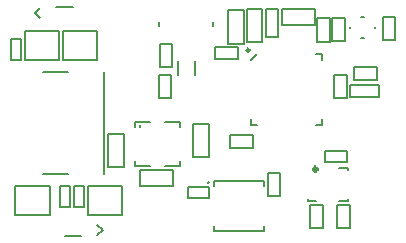
<source format=gto>
G04 Layer_Color=65535*
%FSLAX44Y44*%
%MOMM*%
G71*
G01*
G75*
%ADD43C,0.2000*%
%ADD44C,0.2500*%
%ADD64C,0.1524*%
%ADD65C,0.3500*%
D43*
X6210Y170753D02*
X14960D01*
X5960D02*
X6210D01*
X5960Y152753D02*
Y170753D01*
Y152753D02*
X14960D01*
Y170753D01*
X49965Y152753D02*
X66466D01*
X49965D02*
Y177252D01*
X78966D01*
Y152753D02*
Y177252D01*
X66466Y152753D02*
X78966D01*
X209476Y97750D02*
Y102750D01*
Y97750D02*
X214476D01*
X264476D02*
X269476D01*
Y102750D01*
Y152750D02*
Y157750D01*
X264476D02*
X269476D01*
X209476Y152750D02*
X214476Y157750D01*
X259500Y10497D02*
X269750D01*
X270000D01*
Y16247D01*
Y29997D01*
X259500D02*
X270000D01*
X259500Y10497D02*
Y29997D01*
X224000Y57250D02*
X234250D01*
X223750D02*
X224000D01*
X223750Y51500D02*
Y57250D01*
Y37750D02*
Y51500D01*
Y37750D02*
X234250D01*
Y57250D01*
X220036Y46105D02*
Y50267D01*
X177618Y7849D02*
X220036D01*
Y12011D01*
X177618Y50267D02*
X220036D01*
X177618Y46105D02*
Y50267D01*
Y7849D02*
Y12011D01*
X17963Y152753D02*
X34463D01*
X17963D02*
Y177252D01*
X46963D01*
Y152753D02*
Y177252D01*
X34463Y152753D02*
X46963D01*
X58250Y3797D02*
X65759D01*
X51492D02*
X58250D01*
X79250Y13250D02*
X83750Y8750D01*
X79250Y4250D02*
X83750Y8750D01*
X177500Y181250D02*
Y184750D01*
X131250Y181250D02*
Y184750D01*
X191750Y78998D02*
Y89247D01*
Y78748D02*
Y78998D01*
Y78748D02*
X197500D01*
X211250D01*
Y89247D01*
X191750D02*
X211250D01*
X206239Y196000D02*
X218739D01*
X206239Y168500D02*
Y196000D01*
Y168500D02*
X218739D01*
Y196000D01*
X147250Y139750D02*
Y151750D01*
X162250Y139750D02*
Y151750D01*
X293481Y121250D02*
Y131750D01*
Y121250D02*
X317481D01*
Y131750D01*
X293481D02*
X317481D01*
X221742Y172000D02*
X232242D01*
Y196000D01*
X221742D02*
X232242D01*
X221742Y172000D02*
Y196000D01*
X160000Y71000D02*
Y99000D01*
X173500Y71000D02*
Y99000D01*
X160000Y71000D02*
X173500D01*
X160000Y99000D02*
X173500D01*
X280229Y139750D02*
X290478D01*
X279979D02*
X280229D01*
X279979Y134000D02*
Y139750D01*
Y120250D02*
Y134000D01*
Y120250D02*
X290478D01*
Y139750D01*
X296500Y136250D02*
Y146500D01*
Y136000D02*
Y136250D01*
Y136000D02*
X302250D01*
X316000D01*
Y146500D01*
X296500D02*
X316000D01*
X320750Y169750D02*
X331000D01*
X331250D01*
Y175500D01*
Y189250D01*
X320750D02*
X331250D01*
X320750Y169750D02*
Y189250D01*
X278500Y188250D02*
X288750D01*
X278250D02*
X278500D01*
X278250Y182500D02*
Y188250D01*
Y168750D02*
Y182500D01*
Y168750D02*
X288750D01*
Y188250D01*
X178750Y153750D02*
Y164000D01*
Y153500D02*
Y153750D01*
Y153500D02*
X184500D01*
X198250D01*
Y164000D01*
X178750D02*
X198250D01*
X265750Y188000D02*
X276000Y188000D01*
X265500D02*
X265750Y188000D01*
X265500Y182250D02*
Y188000D01*
Y182250D02*
X265500Y168500D01*
X276000Y168500D01*
Y188000D01*
X203236Y166750D02*
Y194750D01*
X189736Y166750D02*
Y194750D01*
X203236D01*
X189736Y166750D02*
X203236D01*
X235244Y182500D02*
X263244D01*
X235244Y196000D02*
X263244D01*
Y182500D02*
Y196000D01*
X235244Y182500D02*
Y196000D01*
X272250Y66750D02*
Y75500D01*
Y66500D02*
Y66750D01*
Y66500D02*
X290250D01*
Y75500D01*
X272250D02*
X290250D01*
X132247Y146497D02*
X142497D01*
X142748D01*
Y152247D01*
Y165998D01*
X132247D02*
X142748D01*
X132247Y146497D02*
Y165998D01*
X282250Y10498D02*
X292500D01*
X292750D01*
Y16248D01*
Y29997D01*
X282250D02*
X292750D01*
X282250Y10498D02*
Y29997D01*
X131248Y120750D02*
X141498D01*
X141748D01*
Y126500D01*
Y140250D01*
X131248D02*
X141748D01*
X131248Y120750D02*
Y140250D01*
X88252Y62500D02*
Y90500D01*
X101753Y62500D02*
Y90500D01*
X88252Y62500D02*
X101753D01*
X88252Y90500D02*
X101753D01*
X47258Y28498D02*
X56009D01*
X56259D01*
Y46497D01*
X47258D02*
X56259D01*
X47258Y28498D02*
Y46497D01*
X59261Y28498D02*
X68011D01*
X68261D01*
Y46497D01*
X59261D02*
X68261D01*
X59261Y28498D02*
Y46497D01*
X173582Y36002D02*
Y44752D01*
Y45002D01*
X155582D02*
X173582D01*
X155582Y36002D02*
Y45002D01*
Y36002D02*
X173582D01*
X143250Y46403D02*
Y59903D01*
X115250Y46403D02*
Y59903D01*
Y46403D02*
X143250D01*
X115250Y59903D02*
X143250D01*
X26186Y192564D02*
X30686Y197064D01*
X26186Y192564D02*
X30686Y188064D01*
X51686Y197517D02*
X58445D01*
X44178D02*
X51686D01*
X9750Y21998D02*
X26250D01*
X9750D02*
Y46497D01*
X38750D01*
Y21998D02*
Y46497D01*
X26250Y21998D02*
X38750D01*
X83764Y46497D02*
X100264D01*
Y21997D02*
Y46497D01*
X71263Y21997D02*
X100264D01*
X71263D02*
Y46497D01*
X83764D01*
X136567Y62905D02*
X148796D01*
X111204Y100497D02*
X123433D01*
X148796Y95803D02*
Y100497D01*
X111204Y62905D02*
Y67600D01*
Y95803D02*
Y100497D01*
X136567D02*
X148796D01*
Y62905D02*
Y67600D01*
X111204Y62905D02*
X123433D01*
X84587Y56563D02*
Y142964D01*
X33487Y56563D02*
X54188D01*
X33487Y142964D02*
X54188D01*
X291014Y59832D02*
Y61724D01*
X284081Y33276D02*
X291014D01*
X257486D02*
Y35168D01*
X284081Y61724D02*
X291014D01*
Y33276D02*
Y35168D01*
X257486Y33276D02*
X264419D01*
D44*
X207976Y161250D02*
G03*
X207976Y161250I-1250J0D01*
G01*
D64*
X174012Y49000D02*
G03*
X174012Y49000I-762J0D01*
G01*
X116000Y96201D02*
G03*
X114523Y96201I-738J189D01*
G01*
X314548Y179650D02*
Y180850D01*
X302148Y171450D02*
X305347D01*
X292947Y179650D02*
Y180850D01*
X302148Y189050D02*
X305347D01*
D65*
X265650Y60350D02*
G03*
X265650Y60350I-1750J0D01*
G01*
M02*

</source>
